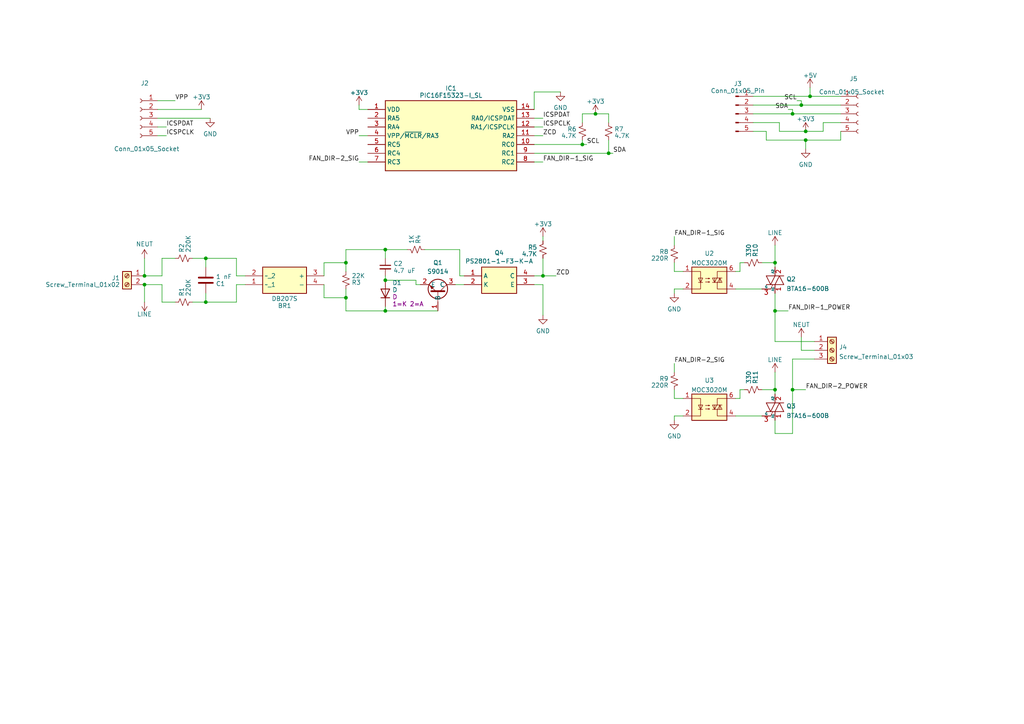
<source format=kicad_sch>
(kicad_sch (version 20230121) (generator eeschema)
  (paper "A4")
  (lib_symbols
    (symbol "Connector:Conn_01x05_Pin" (pin_names (offset 1.016) hide)
      (property "Reference" "J" (at 0 7.62 0))
      (property "Value" "Conn_01x05_Pin" (at 0 -7.62 0))
      (symbol "Conn_01x05_Pin_1_1"
        (polyline (pts (xy 1.27 -5.08) (xy 0.8636 -5.08)) (stroke (width 0.1524)))
        (polyline (pts (xy 1.27 -2.54) (xy 0.8636 -2.54)) (stroke (width 0.1524)))
        (polyline (pts (xy 1.27 0) (xy 0.8636 0)) (stroke (width 0.1524)))
        (polyline (pts (xy 1.27 2.54) (xy 0.8636 2.54)) (stroke (width 0.1524)))
        (polyline (pts (xy 1.27 5.08) (xy 0.8636 5.08)) (stroke (width 0.1524)))
        (rectangle (start 0.8636 -4.953) (end 0 -5.207) (stroke (width 0.1524)) (fill (type outline)))
        (rectangle (start 0.8636 -2.413) (end 0 -2.667) (stroke (width 0.1524)) (fill (type outline)))
        (rectangle (start 0.8636 0.127) (end 0 -0.127) (stroke (width 0.1524)) (fill (type outline)))
        (rectangle (start 0.8636 2.667) (end 0 2.413) (stroke (width 0.1524)) (fill (type outline)))
        (rectangle (start 0.8636 5.207) (end 0 4.953) (stroke (width 0.1524)) (fill (type outline)))
        (pin passive line (at 5.08 5.08 180) (length 3.81) (name "Pin_1") (number "1"))
        (pin passive line (at 5.08 2.54 180) (length 3.81) (name "Pin_2") (number "2"))
        (pin passive line (at 5.08 0 180) (length 3.81) (name "Pin_3") (number "3"))
        (pin passive line (at 5.08 -2.54 180) (length 3.81) (name "Pin_4") (number "4"))
        (pin passive line (at 5.08 -5.08 180) (length 3.81) (name "Pin_5") (number "5"))
      )
    )
    (symbol "Connector:Conn_01x05_Socket" (pin_names (offset 1.016) hide)
      (property "Reference" "J" (at 0 7.62 0))
      (property "Value" "Conn_01x05_Socket" (at 0 -7.62 0))
      (symbol "Conn_01x05_Socket_1_1"
        (arc (start 0 -4.572) (mid -0.5058 -5.08) (end 0 -5.588) (stroke (width 0.1524)))
        (arc (start 0 -2.032) (mid -0.5058 -2.54) (end 0 -3.048) (stroke (width 0.1524)))
        (polyline (pts (xy -1.27 -5.08) (xy -0.508 -5.08)) (stroke (width 0.1524)))
        (polyline (pts (xy -1.27 -2.54) (xy -0.508 -2.54)) (stroke (width 0.1524)))
        (polyline (pts (xy -1.27 0) (xy -0.508 0)) (stroke (width 0.1524)))
        (polyline (pts (xy -1.27 2.54) (xy -0.508 2.54)) (stroke (width 0.1524)))
        (polyline (pts (xy -1.27 5.08) (xy -0.508 5.08)) (stroke (width 0.1524)))
        (arc (start 0 0.508) (mid -0.5058 0) (end 0 -0.508) (stroke (width 0.1524)))
        (arc (start 0 3.048) (mid -0.5058 2.54) (end 0 2.032) (stroke (width 0.1524)))
        (arc (start 0 5.588) (mid -0.5058 5.08) (end 0 4.572) (stroke (width 0.1524)))
        (pin passive line (at -5.08 5.08 0) (length 3.81) (name "Pin_1") (number "1"))
        (pin passive line (at -5.08 2.54 0) (length 3.81) (name "Pin_2") (number "2"))
        (pin passive line (at -5.08 0 0) (length 3.81) (name "Pin_3") (number "3"))
        (pin passive line (at -5.08 -2.54 0) (length 3.81) (name "Pin_4") (number "4"))
        (pin passive line (at -5.08 -5.08 0) (length 3.81) (name "Pin_5") (number "5"))
      )
    )
    (symbol "Connector:Screw_Terminal_01x02" (pin_names (offset 1.016) hide)
      (property "Reference" "J" (at 0 2.54 0))
      (property "Value" "Screw_Terminal_01x02" (at 0 -5.08 0))
      (symbol "Screw_Terminal_01x02_1_1"
        (rectangle (start -1.27 1.27) (end 1.27 -3.81) (stroke (width 0.254)) (fill (type background)))
        (circle (center 0 -2.54) (radius 0.635) (stroke (width 0.1524)))
        (polyline (pts (xy -0.5334 -2.2098) (xy 0.3302 -3.048)) (stroke (width 0.1524)))
        (polyline (pts (xy -0.5334 0.3302) (xy 0.3302 -0.508)) (stroke (width 0.1524)))
        (polyline (pts (xy -0.3556 -2.032) (xy 0.508 -2.8702)) (stroke (width 0.1524)))
        (polyline (pts (xy -0.3556 0.508) (xy 0.508 -0.3302)) (stroke (width 0.1524)))
        (circle (center 0 0) (radius 0.635) (stroke (width 0.1524)))
        (pin passive line (at -5.08 0 0) (length 3.81) (name "Pin_1") (number "1"))
        (pin passive line (at -5.08 -2.54 0) (length 3.81) (name "Pin_2") (number "2"))
      )
    )
    (symbol "Connector:Screw_Terminal_01x03" (pin_names (offset 1.016) hide)
      (property "Reference" "J" (at 0 5.08 0))
      (property "Value" "Screw_Terminal_01x03" (at 0 -5.08 0))
      (symbol "Screw_Terminal_01x03_1_1"
        (rectangle (start -1.27 3.81) (end 1.27 -3.81) (stroke (width 0.254)) (fill (type background)))
        (circle (center 0 -2.54) (radius 0.635) (stroke (width 0.1524)))
        (polyline (pts (xy -0.5334 -2.2098) (xy 0.3302 -3.048)) (stroke (width 0.1524)))
        (polyline (pts (xy -0.5334 0.3302) (xy 0.3302 -0.508)) (stroke (width 0.1524)))
        (polyline (pts (xy -0.5334 2.8702) (xy 0.3302 2.032)) (stroke (width 0.1524)))
        (polyline (pts (xy -0.3556 -2.032) (xy 0.508 -2.8702)) (stroke (width 0.1524)))
        (polyline (pts (xy -0.3556 0.508) (xy 0.508 -0.3302)) (stroke (width 0.1524)))
        (polyline (pts (xy -0.3556 3.048) (xy 0.508 2.2098)) (stroke (width 0.1524)))
        (circle (center 0 0) (radius 0.635) (stroke (width 0.1524)))
        (circle (center 0 2.54) (radius 0.635) (stroke (width 0.1524)))
        (pin passive line (at -5.08 2.54 0) (length 3.81) (name "Pin_1") (number "1"))
        (pin passive line (at -5.08 0 0) (length 3.81) (name "Pin_2") (number "2"))
        (pin passive line (at -5.08 -2.54 0) (length 3.81) (name "Pin_3") (number "3"))
      )
    )
    (symbol "DB207S:DB207S"
      (property "Reference" "BR" (at 19.05 7.62 0))
      (property "Value" "DB207S" (at 19.05 5.08 0))
      (symbol "DB207S_1_1"
        (rectangle (start 5.08 2.54) (end 17.78 -5.08) (stroke (width 0.254)) (fill (type background)))
        (pin passive line (at 0 0 0) (length 5.08) (name "~_1") (number "1"))
        (pin passive line (at 0 -2.54 0) (length 5.08) (name "~_2") (number "2"))
        (pin passive line (at 22.86 -2.54 180) (length 5.08) (name "+") (number "3"))
        (pin passive line (at 22.86 0 180) (length 5.08) (name "-") (number "4"))
      )
    )
    (symbol "Device:C" (pin_numbers hide) (pin_names (offset 0.254))
      (property "Reference" "C" (at 0.635 2.54 0))
      (property "Value" "C" (at 0.635 -2.54 0))
      (symbol "C_0_1"
        (polyline (pts (xy -2.032 -0.762) (xy 2.032 -0.762)) (stroke (width 0.508)))
        (polyline (pts (xy -2.032 0.762) (xy 2.032 0.762)) (stroke (width 0.508)))
      )
      (symbol "C_1_1"
        (pin passive line (at 0 3.81 270) (length 2.794) (name "~") (number "1"))
        (pin passive line (at 0 -3.81 90) (length 2.794) (name "~") (number "2"))
      )
    )
    (symbol "Device:C_Small" (pin_numbers hide) (pin_names (offset 0.254) hide)
      (property "Reference" "C" (at 0.254 1.778 0))
      (property "Value" "C_Small" (at 0.254 -2.032 0))
      (symbol "C_Small_0_1"
        (polyline (pts (xy -1.524 -0.508) (xy 1.524 -0.508)) (stroke (width 0.3302)))
        (polyline (pts (xy -1.524 0.508) (xy 1.524 0.508)) (stroke (width 0.3048)))
      )
      (symbol "C_Small_1_1"
        (pin passive line (at 0 2.54 270) (length 2.032) (name "~") (number "1"))
        (pin passive line (at 0 -2.54 90) (length 2.032) (name "~") (number "2"))
      )
    )
    (symbol "Device:R_Small_US" (pin_numbers hide) (pin_names (offset 0.254) hide)
      (property "Reference" "R" (at 0.762 0.508 0))
      (property "Value" "R_Small_US" (at 0.762 -1.016 0))
      (symbol "R_Small_US_1_1"
        (polyline (pts (xy 0 0) (xy 1.016 -0.381) (xy 0 -0.762) (xy -1.016 -1.143) (xy 0 -1.524)))
        (polyline (pts (xy 0 1.524) (xy 1.016 1.143) (xy 0 0.762) (xy -1.016 0.381) (xy 0 0)))
        (pin passive line (at 0 2.54 270) (length 1.016) (name "~") (number "1"))
        (pin passive line (at 0 -2.54 90) (length 1.016) (name "~") (number "2"))
      )
    )
    (symbol "MCU_PIC16F15323:PIC16F15323-I_SL"
      (property "Reference" "IC" (at 44.45 7.62 0))
      (property "Value" "PIC16F15323-I_SL" (at 44.45 5.08 0))
      (symbol "PIC16F15323-I_SL_1_1"
        (rectangle (start 5.08 2.54) (end 43.18 -17.78) (stroke (width 0.254)) (fill (type background)))
        (pin passive line (at 0 0 0) (length 5.08) (name "VDD") (number "1"))
        (pin passive line (at 48.26 -10.16 180) (length 5.08) (name "RC0") (number "10"))
        (pin passive line (at 48.26 -7.62 180) (length 5.08) (name "RA2") (number "11"))
        (pin passive line (at 48.26 -5.08 180) (length 5.08) (name "RA1/ICSPCLK") (number "12"))
        (pin passive line (at 48.26 -2.54 180) (length 5.08) (name "RA0/ICSPDAT") (number "13"))
        (pin passive line (at 48.26 0 180) (length 5.08) (name "VSS") (number "14"))
        (pin passive line (at 0 -2.54 0) (length 5.08) (name "RA5") (number "2"))
        (pin passive line (at 0 -5.08 0) (length 5.08) (name "RA4") (number "3"))
        (pin passive line (at 0 -7.62 0) (length 5.08) (name "VPP/~{MCLR}/RA3") (number "4"))
        (pin passive line (at 0 -10.16 0) (length 5.08) (name "RC5") (number "5"))
        (pin passive line (at 0 -12.7 0) (length 5.08) (name "RC4") (number "6"))
        (pin passive line (at 0 -15.24 0) (length 5.08) (name "RC3") (number "7"))
        (pin passive line (at 48.26 -15.24 180) (length 5.08) (name "RC2") (number "8"))
        (pin passive line (at 48.26 -12.7 180) (length 5.08) (name "RC1") (number "9"))
      )
    )
    (symbol "PS2801:PS2801-1-F3-K-A"
      (property "Reference" "Q" (at 16.51 7.62 0))
      (property "Value" "PS2801-1-F3-K-A" (at 16.51 5.08 0))
      (symbol "PS2801-1-F3-K-A_1_1"
        (rectangle (start 5.08 2.54) (end 15.24 -5.08) (stroke (width 0.254)) (fill (type background)))
        (pin passive line (at 0 0 0) (length 5.08) (name "A") (number "1"))
        (pin passive line (at 0 -2.54 0) (length 5.08) (name "K") (number "2"))
        (pin passive line (at 20.32 -2.54 180) (length 5.08) (name "E") (number "3"))
        (pin passive line (at 20.32 0 180) (length 5.08) (name "C") (number "4"))
      )
    )
    (symbol "Relay_SolidState:MOC3020M"
      (property "Reference" "U" (at -5.334 4.826 0))
      (property "Value" "MOC3020M" (at 0 5.08 0))
      (symbol "MOC3020M_0_1"
        (rectangle (start -5.08 3.81) (end 5.08 -3.81) (stroke (width 0.254)) (fill (type background)))
        (polyline (pts (xy -3.175 -0.635) (xy -1.905 -0.635)))
        (polyline (pts (xy 1.524 -0.635) (xy 1.524 0.635)))
        (polyline (pts (xy 3.048 0.635) (xy 3.048 -0.635)))
        (polyline (pts (xy 2.286 -0.635) (xy 2.286 -2.54) (xy 5.08 -2.54)))
        (polyline (pts (xy 2.286 0.635) (xy 2.286 2.54) (xy 5.08 2.54)))
        (polyline (pts (xy -5.08 2.54) (xy -2.54 2.54) (xy -2.54 -2.54) (xy -5.08 -2.54)))
        (polyline (pts (xy -2.54 -0.635) (xy -3.175 0.635) (xy -1.905 0.635) (xy -2.54 -0.635)))
        (polyline (pts (xy 0.889 -0.635) (xy 3.683 -0.635) (xy 3.048 0.635) (xy 2.413 -0.635)))
        (polyline (pts (xy 3.683 0.635) (xy 0.889 0.635) (xy 1.524 -0.635) (xy 2.159 0.635)))
        (polyline (pts (xy -1.143 -0.508) (xy 0.127 -0.508) (xy -0.254 -0.635) (xy -0.254 -0.381) (xy 0.127 -0.508)))
        (polyline (pts (xy -1.143 0.508) (xy 0.127 0.508) (xy -0.254 0.381) (xy -0.254 0.635) (xy 0.127 0.508)))
      )
      (symbol "MOC3020M_1_1"
        (pin passive line (at -7.62 2.54 0) (length 2.54) (name "~") (number "1"))
        (pin passive line (at -7.62 -2.54 0) (length 2.54) (name "~") (number "2"))
        (pin no_connect line (at -5.08 0 0) (length 2.54) hide (name "NC") (number "3"))
        (pin passive line (at 7.62 -2.54 180) (length 2.54) (name "~") (number "4"))
        (pin no_connect line (at 5.08 0 180) (length 2.54) hide (name "NC") (number "5"))
        (pin passive line (at 7.62 2.54 180) (length 2.54) (name "~") (number "6"))
      )
    )
    (symbol "S9014W:S9014W"
      (property "Reference" "Q?" (at 13.97 6.35 0))
      (property "Value" "S9014" (at 13.97 3.81 0))
      (symbol "S9014W_0_1"
        (polyline (pts (xy 15.24 -2.54) (xy 18.415 -2.54)) (stroke (width 0.1524)))
        (polyline (pts (xy 18.415 -1.905) (xy 20.32 0)))
        (polyline (pts (xy 20.574 -3.81) (xy 20.574 -3.81)) (stroke (width 0.1524)))
        (polyline (pts (xy 20.574 -3.81) (xy 20.574 -3.81)) (stroke (width 0.1524)))
        (polyline (pts (xy 18.415 -3.175) (xy 20.32 -5.08) (xy 20.32 -5.08)))
        (polyline (pts (xy 18.415 -0.635) (xy 18.415 -4.445) (xy 18.415 -4.445)) (stroke (width 0.508)))
        (polyline (pts (xy 19.05 -4.318) (xy 19.558 -3.81) (xy 20.066 -4.826) (xy 19.05 -4.318) (xy 19.05 -4.318)) (fill (type outline)))
        (circle (center 19.05 -2.54) (radius 2.8194) (stroke (width 0.254)))
      )
      (symbol "S9014W_1_1"
        (pin input line (at 12.7 -2.54 0) (length 2.54) (name "B") (number "1"))
        (pin open_emitter line (at 20.32 -7.62 90) (length 2.54) (name "E") (number "2"))
        (pin open_collector line (at 20.32 2.54 270) (length 2.54) (name "C") (number "3"))
      )
    )
    (symbol "Simulation_SPICE:D" (pin_numbers hide) (pin_names (offset 1.016) hide)
      (property "Reference" "D" (at 0 2.54 0))
      (property "Value" "D" (at 0 -2.54 0))
      (property "Sim.Device" "D" (at 0 0 0))
      (property "Sim.Pins" "1=K 2=A" (at 0 0 0))
      (symbol "D_0_1"
        (polyline (pts (xy -1.27 1.27) (xy -1.27 -1.27)) (stroke (width 0.254)))
        (polyline (pts (xy 1.27 0) (xy -1.27 0)))
        (polyline (pts (xy 1.27 1.27) (xy 1.27 -1.27) (xy -1.27 0) (xy 1.27 1.27)) (stroke (width 0.254)))
      )
      (symbol "D_1_1"
        (pin passive line (at -3.81 0 0) (length 2.54) (name "K") (number "1"))
        (pin passive line (at 3.81 0 180) (length 2.54) (name "A") (number "2"))
      )
    )
    (symbol "Triac_Thyristor:BTA16-600B" (pin_names (offset 0))
      (property "Reference" "Q" (at 5.08 1.905 0))
      (property "Value" "BTA16-600B" (at 5.08 0 0))
      (symbol "BTA16-600B_0_1"
        (polyline (pts (xy -2.54 -1.27) (xy 2.54 -1.27)) (stroke (width 0.2032)))
        (polyline (pts (xy -2.54 1.27) (xy 2.54 1.27)) (stroke (width 0.2032)))
        (polyline (pts (xy -1.27 -2.54) (xy -0.635 -1.27)))
        (polyline (pts (xy -2.54 1.27) (xy -1.27 -1.27) (xy 0 1.27)) (stroke (width 0.2032)))
        (polyline (pts (xy 0 -1.27) (xy 1.27 1.27) (xy 2.54 -1.27)) (stroke (width 0.2032)))
      )
      (symbol "BTA16-600B_1_1"
        (pin passive line (at 0 -3.81 90) (length 2.54) (name "A1") (number "1"))
        (pin passive line (at 0 3.81 270) (length 2.54) (name "A2") (number "2"))
        (pin input line (at -3.81 -2.54 0) (length 2.54) (name "G") (number "3"))
      )
    )
    (symbol "power:+3.3V" (power) (pin_names (offset 0))
      (property "Value" "+3.3V" (at 0 3.556 0))
      (symbol "+3.3V_0_1"
        (polyline (pts (xy -0.762 1.27) (xy 0 2.54)))
        (polyline (pts (xy 0 0) (xy 0 2.54)))
        (polyline (pts (xy 0 2.54) (xy 0.762 1.27)))
      )
      (symbol "+3.3V_1_1"
        (pin power_in line (at 0 0 90) (length 0) hide (name "+3V3") (number "1"))
      )
    )
    (symbol "power:+5V" (power) (pin_names (offset 0))
      (property "Value" "+5V" (at 0 3.556 0))
      (symbol "+5V_0_1"
        (polyline (pts (xy -0.762 1.27) (xy 0 2.54)))
        (polyline (pts (xy 0 0) (xy 0 2.54)))
        (polyline (pts (xy 0 2.54) (xy 0.762 1.27)))
      )
      (symbol "+5V_1_1"
        (pin power_in line (at 0 0 90) (length 0) hide (name "+5V") (number "1"))
      )
    )
    (symbol "power:GND" (power) (pin_names (offset 0))
      (property "Value" "GND" (at 0 -3.81 0))
      (symbol "GND_0_1"
        (polyline (pts (xy 0 0) (xy 0 -1.27) (xy 1.27 -1.27) (xy 0 -2.54) (xy -1.27 -1.27) (xy 0 -1.27)))
      )
      (symbol "GND_1_1"
        (pin power_in line (at 0 0 270) (length 0) hide (name "GND") (number "1"))
      )
    )
    (symbol "power:LINE" (power) (pin_names (offset 0))
      (property "Value" "LINE" (at 0 3.81 0))
      (symbol "LINE_0_1"
        (polyline (pts (xy -0.762 1.27) (xy 0 2.54)))
        (polyline (pts (xy 0 0) (xy 0 2.54)))
        (polyline (pts (xy 0 2.54) (xy 0.762 1.27)))
      )
      (symbol "LINE_1_1"
        (pin power_in line (at 0 0 90) (length 0) hide (name "LINE") (number "1"))
      )
    )
    (symbol "power:NEUT" (power) (pin_names (offset 0))
      (property "Value" "NEUT" (at 0 3.81 0))
      (symbol "NEUT_0_1"
        (polyline (pts (xy -0.762 1.27) (xy 0 2.54)))
        (polyline (pts (xy 0 0) (xy 0 2.54)))
        (polyline (pts (xy 0 2.54) (xy 0.762 1.27)))
      )
      (symbol "NEUT_1_1"
        (pin power_in line (at 0 0 90) (length 0) hide (name "NEUT") (number "1"))
      )
    )
  )
  (junction (at 232.41 30.48))
  (junction (at 229.87 113.03))
  (junction (at 229.87 33.02))
  (junction (at 224.79 90.17))
  (junction (at 41.91 80.01))
  (junction (at 111.76 81.28))
  (junction (at 176.53 44.45))
  (junction (at 111.76 90.17))
  (junction (at 172.72 33.02))
  (junction (at 234.95 27.94))
  (junction (at 100.33 86.36))
  (junction (at 233.68 38.1))
  (junction (at 224.79 76.2))
  (junction (at 168.91 41.91))
  (junction (at 41.91 82.55))
  (junction (at 59.69 74.93))
  (junction (at 157.48 80.01))
  (junction (at 224.79 113.03))
  (junction (at 59.69 87.63))
  (junction (at 233.68 40.64))
  (junction (at 100.33 76.2))
  (junction (at 111.76 72.39))
  (wire (pts (xy 154.94 39.37) (xy 157.48 39.37)))
  (wire (pts (xy 232.41 30.48) (xy 243.84 30.48)))
  (wire (pts (xy 172.72 33.02) (xy 168.91 33.02)))
  (wire (pts (xy 45.72 31.75) (xy 58.42 31.75)))
  (wire (pts (xy 226.06 38.1) (xy 233.68 38.1)))
  (wire (pts (xy 46.99 80.01) (xy 46.99 74.93)))
  (wire (pts (xy 120.65 81.28) (xy 111.76 81.28)))
  (wire (pts (xy 218.44 33.02) (xy 229.87 33.02)))
  (wire (pts (xy 224.79 90.17) (xy 228.6 90.17)))
  (wire (pts (xy 222.25 38.1) (xy 222.25 40.64)))
  (wire (pts (xy 168.91 33.02) (xy 168.91 35.56)))
  (wire (pts (xy 229.87 31.75) (xy 229.87 33.02)))
  (wire (pts (xy 157.48 68.58) (xy 157.48 69.85)))
  (wire (pts (xy 168.91 41.91) (xy 170.18 41.91)))
  (wire (pts (xy 157.48 82.55) (xy 157.48 91.44)))
  (wire (pts (xy 213.36 83.82) (xy 220.98 83.82)))
  (wire (pts (xy 104.14 39.37) (xy 106.68 39.37)))
  (wire (pts (xy 224.79 71.12) (xy 224.79 76.2)))
  (wire (pts (xy 195.58 76.2) (xy 195.58 78.74)))
  (wire (pts (xy 111.76 80.01) (xy 111.76 81.28)))
  (wire (pts (xy 243.84 40.64) (xy 243.84 38.1)))
  (wire (pts (xy 215.9 113.03) (xy 214.63 113.03)))
  (wire (pts (xy 111.76 72.39) (xy 118.11 72.39)))
  (wire (pts (xy 213.36 120.65) (xy 220.98 120.65)))
  (wire (pts (xy 154.94 46.99) (xy 157.48 46.99)))
  (wire (pts (xy 238.76 35.56) (xy 238.76 38.1)))
  (wire (pts (xy 104.14 30.48) (xy 104.14 31.75)))
  (wire (pts (xy 232.41 97.79) (xy 232.41 101.6)))
  (wire (pts (xy 232.41 30.48) (xy 232.41 29.21)))
  (wire (pts (xy 41.91 80.01) (xy 46.99 80.01)))
  (wire (pts (xy 232.41 101.6) (xy 236.22 101.6)))
  (wire (pts (xy 100.33 72.39) (xy 100.33 76.2)))
  (wire (pts (xy 195.58 78.74) (xy 198.12 78.74)))
  (wire (pts (xy 154.94 80.01) (xy 157.48 80.01)))
  (wire (pts (xy 55.88 87.63) (xy 59.69 87.63)))
  (wire (pts (xy 195.58 120.65) (xy 198.12 120.65)))
  (wire (pts (xy 226.06 35.56) (xy 226.06 38.1)))
  (wire (pts (xy 154.94 34.29) (xy 157.48 34.29)))
  (wire (pts (xy 68.58 87.63) (xy 59.69 87.63)))
  (wire (pts (xy 229.87 125.73) (xy 224.79 125.73)))
  (wire (pts (xy 215.9 76.2) (xy 214.63 76.2)))
  (wire (pts (xy 132.08 82.55) (xy 134.62 82.55)))
  (wire (pts (xy 229.87 113.03) (xy 233.68 113.03)))
  (wire (pts (xy 111.76 90.17) (xy 127 90.17)))
  (wire (pts (xy 154.94 26.67) (xy 162.56 26.67)))
  (wire (pts (xy 218.44 30.48) (xy 232.41 30.48)))
  (wire (pts (xy 224.79 85.09) (xy 224.79 90.17)))
  (wire (pts (xy 46.99 82.55) (xy 46.99 87.63)))
  (wire (pts (xy 68.58 74.93) (xy 59.69 74.93)))
  (wire (pts (xy 195.58 105.41) (xy 195.58 107.95)))
  (wire (pts (xy 45.72 39.37) (xy 48.26 39.37)))
  (wire (pts (xy 218.44 35.56) (xy 226.06 35.56)))
  (wire (pts (xy 222.25 40.64) (xy 233.68 40.64)))
  (wire (pts (xy 214.63 76.2) (xy 214.63 78.74)))
  (wire (pts (xy 176.53 44.45) (xy 154.94 44.45)))
  (wire (pts (xy 111.76 90.17) (xy 100.33 90.17)))
  (wire (pts (xy 45.72 29.21) (xy 50.8 29.21)))
  (wire (pts (xy 59.69 74.93) (xy 59.69 77.47)))
  (wire (pts (xy 229.87 33.02) (xy 243.84 33.02)))
  (wire (pts (xy 123.19 72.39) (xy 133.35 72.39)))
  (wire (pts (xy 157.48 80.01) (xy 161.29 80.01)))
  (wire (pts (xy 172.72 33.02) (xy 176.53 33.02)))
  (wire (pts (xy 234.95 25.4) (xy 234.95 27.94)))
  (wire (pts (xy 111.76 72.39) (xy 100.33 72.39)))
  (wire (pts (xy 45.72 34.29) (xy 60.96 34.29)))
  (wire (pts (xy 195.58 113.03) (xy 195.58 115.57)))
  (wire (pts (xy 104.14 46.99) (xy 106.68 46.99)))
  (wire (pts (xy 224.79 114.3) (xy 224.79 113.03)))
  (wire (pts (xy 120.65 81.28) (xy 120.65 82.55)))
  (wire (pts (xy 59.69 87.63) (xy 59.69 85.09)))
  (wire (pts (xy 229.87 104.14) (xy 236.22 104.14)))
  (wire (pts (xy 133.35 80.01) (xy 134.62 80.01)))
  (wire (pts (xy 224.79 125.73) (xy 224.79 121.92)))
  (wire (pts (xy 41.91 80.01) (xy 41.91 74.93)))
  (wire (pts (xy 218.44 27.94) (xy 234.95 27.94)))
  (wire (pts (xy 154.94 26.67) (xy 154.94 31.75)))
  (wire (pts (xy 168.91 40.64) (xy 168.91 41.91)))
  (wire (pts (xy 220.98 113.03) (xy 224.79 113.03)))
  (wire (pts (xy 68.58 82.55) (xy 68.58 87.63)))
  (wire (pts (xy 228.6 31.75) (xy 229.87 31.75)))
  (wire (pts (xy 224.79 99.06) (xy 236.22 99.06)))
  (wire (pts (xy 233.68 38.1) (xy 238.76 38.1)))
  (wire (pts (xy 100.33 86.36) (xy 100.33 83.82)))
  (wire (pts (xy 100.33 90.17) (xy 100.33 86.36)))
  (wire (pts (xy 71.12 82.55) (xy 68.58 82.55)))
  (wire (pts (xy 41.91 82.55) (xy 46.99 82.55)))
  (wire (pts (xy 45.72 36.83) (xy 48.26 36.83)))
  (wire (pts (xy 55.88 74.93) (xy 59.69 74.93)))
  (wire (pts (xy 224.79 77.47) (xy 224.79 76.2)))
  (wire (pts (xy 224.79 90.17) (xy 224.79 99.06)))
  (wire (pts (xy 93.98 86.36) (xy 100.33 86.36)))
  (wire (pts (xy 234.95 27.94) (xy 243.84 27.94)))
  (wire (pts (xy 220.98 76.2) (xy 224.79 76.2)))
  (wire (pts (xy 71.12 80.01) (xy 68.58 80.01)))
  (wire (pts (xy 41.91 87.63) (xy 41.91 82.55)))
  (wire (pts (xy 195.58 68.58) (xy 195.58 71.12)))
  (wire (pts (xy 195.58 83.82) (xy 198.12 83.82)))
  (wire (pts (xy 195.58 121.92) (xy 195.58 120.65)))
  (wire (pts (xy 224.79 107.95) (xy 224.79 113.03)))
  (wire (pts (xy 214.63 113.03) (xy 214.63 115.57)))
  (wire (pts (xy 93.98 82.55) (xy 93.98 86.36)))
  (wire (pts (xy 195.58 85.09) (xy 195.58 83.82)))
  (wire (pts (xy 214.63 78.74) (xy 213.36 78.74)))
  (wire (pts (xy 229.87 104.14) (xy 229.87 113.03)))
  (wire (pts (xy 229.87 113.03) (xy 229.87 125.73)))
  (wire (pts (xy 120.65 82.55) (xy 121.92 82.55)))
  (wire (pts (xy 168.91 41.91) (xy 154.94 41.91)))
  (wire (pts (xy 176.53 40.64) (xy 176.53 44.45)))
  (wire (pts (xy 233.68 40.64) (xy 243.84 40.64)))
  (wire (pts (xy 214.63 115.57) (xy 213.36 115.57)))
  (wire (pts (xy 46.99 74.93) (xy 50.8 74.93)))
  (wire (pts (xy 154.94 36.83) (xy 157.48 36.83)))
  (wire (pts (xy 176.53 44.45) (xy 177.8 44.45)))
  (wire (pts (xy 46.99 87.63) (xy 50.8 87.63)))
  (wire (pts (xy 104.14 31.75) (xy 106.68 31.75)))
  (wire (pts (xy 133.35 72.39) (xy 133.35 80.01)))
  (wire (pts (xy 154.94 82.55) (xy 157.48 82.55)))
  (wire (pts (xy 195.58 115.57) (xy 198.12 115.57)))
  (wire (pts (xy 100.33 76.2) (xy 100.33 78.74)))
  (wire (pts (xy 157.48 74.93) (xy 157.48 80.01)))
  (wire (pts (xy 93.98 80.01) (xy 93.98 76.2)))
  (wire (pts (xy 68.58 80.01) (xy 68.58 74.93)))
  (wire (pts (xy 233.68 43.18) (xy 233.68 40.64)))
  (wire (pts (xy 231.14 29.21) (xy 232.41 29.21)))
  (wire (pts (xy 111.76 88.9) (xy 111.76 90.17)))
  (wire (pts (xy 93.98 76.2) (xy 100.33 76.2)))
  (wire (pts (xy 111.76 74.93) (xy 111.76 72.39)))
  (wire (pts (xy 218.44 38.1) (xy 222.25 38.1)))
  (wire (pts (xy 243.84 35.56) (xy 238.76 35.56)))
  (wire (pts (xy 176.53 35.56) (xy 176.53 33.02)))
  (label "FAN_DIR-1_POWER" (at 228.6 90.17 0))
  (label "SDA" (at 228.6 31.75 180))
  (label "FAN_DIR-1_SIG" (at 195.58 68.58 0))
  (label "FAN_DIR-1_SIG" (at 157.48 46.99 0))
  (label "ICSPDAT" (at 48.26 36.83 0))
  (label "FAN_DIR-2_SIG" (at 104.14 46.99 180))
  (label "ICSPCLK" (at 157.48 36.83 0))
  (label "ZCD" (at 157.48 39.37 0))
  (label "SDA" (at 177.8 44.45 0))
  (label "ICSPDAT" (at 157.48 34.29 0))
  (label "FAN_DIR-2_POWER" (at 233.68 113.03 0))
  (label "FAN_DIR-2_SIG" (at 195.58 105.41 0))
  (label "ZCD" (at 161.29 80.01 0))
  (label "ICSPCLK" (at 48.26 39.37 0))
  (label "VPP" (at 104.14 39.37 180))
  (label "SCL" (at 231.14 29.21 180))
  (label "SCL" (at 170.18 41.91 0))
  (label "VPP" (at 50.8 29.21 0))
  (symbol (lib_id "power:+3.3V") (at 233.68 38.1 0) (mirror y) (unit 1)
    (property "Reference" "#PWR015" (effects hide))
    (property "Value" "+3.3V" (at 233.68 34.4955 0))
  )
  (symbol (lib_id "Device:R_Small_US") (at 100.33 81.28 0) (mirror x) (unit 1)
    (property "Reference" "R3" (at 101.981 81.9237 0) (effects (justify left)))
    (property "Value" "22K" (at 101.981 80.0027 0) (effects (justify left)))
    (property "Footprint" "Resistor_SMD:R_0805_2012Metric" (effects hide))
  )
  (symbol (lib_id "power:+3.3V") (at 58.42 31.75 0) (mirror y) (unit 1)
    (property "Reference" "#PWR03" (effects hide))
    (property "Value" "+3.3V" (at 58.42 28.1455 0))
  )
  (symbol (lib_id "power:NEUT") (at 41.91 74.93 0) (mirror y) (unit 1)
    (property "Reference" "#PWR02" (effects hide))
    (property "Value" "NEUT" (at 41.91 70.7945 0))
  )
  (symbol (lib_id "power:GND") (at 157.48 91.44 0) (unit 1)
    (property "Reference" "#PWR07" (effects hide))
    (property "Value" "GND" (at 157.48 96.0025 0))
  )
  (symbol (lib_id "power:+3.3V") (at 104.14 30.48 0) (mirror y) (unit 1)
    (property "Reference" "#PWR05" (effects hide))
    (property "Value" "+3.3V" (at 104.14 26.8755 0))
  )
  (symbol (lib_id "S9014W:S9014W") (at 129.54 102.87 270) (mirror x) (unit 1)
    (property "Reference" "Q1" (at 127 76.2 90))
    (property "Value" "S9014" (at 127 78.74 90))
    (property "Footprint" "S9014:SOT65P230X110-3N" (effects hide))
    (property "Datasheet" "https://datasheet.lcsc.com/szlcsc/Changjiang-Electronics-Tech-CJ-S9014W_C26214.pdf" (effects hide))
    (property "Height" "1.1" (effects hide))
    (property "Manufacturer_Name" "Changjiang Electronics Tech (CJ)" (effects hide))
    (property "Manufacturer_Part_Number" "S9014W" (effects hide))
    (property "Sim.Device" "NJFET" (effects hide))
    (property "Sim.Type" "SHICHMANHODGES" (effects hide))
    (property "Sim.Pins" "1=D 2=G 3=S" (effects hide))
  )
  (symbol (lib_id "Connector:Screw_Terminal_01x02") (at 36.83 80.01 0) (mirror y) (unit 1)
    (property "Reference" "J1" (at 34.798 80.6363 0) (effects (justify left)))
    (property "Value" "Screw_Terminal_01x02" (at 34.798 82.5573 0) (effects (justify left)))
    (property "Footprint" "KF301_2P:KF3012P" (effects hide))
    (property "Sim.Enable" "0" (effects hide))
  )
  (symbol (lib_id "Connector:Conn_01x05_Socket") (at 40.64 34.29 0) (mirror y) (unit 1)
    (property "Reference" "J2" (at 43.18 24.13 0) (effects (justify left)))
    (property "Value" "Conn_01x05_Socket" (at 52.07 43.18 0) (effects (justify left)))
    (property "Footprint" "Connector_PinHeader_2.54mm:PinHeader_1x05_P2.54mm_Vertical" (effects hide))
    (property "Sim.Enable" "0" (effects hide))
  )
  (symbol (lib_id "Device:R_Small_US") (at 218.44 76.2 270) (mirror x) (unit 1)
    (property "Reference" "R10" (at 219.0837 74.549 0) (effects (justify left)))
    (property "Value" "330" (at 217.1627 74.549 0) (effects (justify left)))
    (property "Footprint" "Resistor_SMD:R_2512_6332Metric_Pad1.40x3.35mm_HandSolder" (effects hide))
  )
  (symbol (lib_id "power:LINE") (at 224.79 71.12 0) (unit 1)
    (property "Reference" "#PWR012" (effects hide))
    (property "Value" "LINE" (at 224.79 67.5155 0))
  )
  (symbol (lib_id "Device:C_Small") (at 111.76 77.47 0) (unit 1)
    (property "Reference" "C2" (at 114.0841 76.4523 0) (effects (justify left)))
    (property "Value" "4.7 uF" (at 114.0841 78.5003 0) (effects (justify left)))
    (property "Footprint" "Capacitor_SMD:C_0805_2012Metric" (effects hide))
  )
  (symbol (lib_id "Device:C") (at 59.69 81.28 0) (mirror y) (unit 1)
    (property "Reference" "C1" (at 62.611 82.304 0) (effects (justify right)))
    (property "Value" "1 nF" (at 62.611 80.256 0) (effects (justify right)))
    (property "Footprint" "Capacitor_SMD:C_0805_2012Metric" (effects hide))
  )
  (symbol (lib_id "power:GND") (at 162.56 26.67 0) (mirror y) (unit 1)
    (property "Reference" "#PWR08" (effects hide))
    (property "Value" "GND" (at 162.56 31.2325 0))
  )
  (symbol (lib_id "Connector:Conn_01x05_Socket") (at 248.92 33.02 0) (unit 1)
    (property "Reference" "J5" (at 246.38 22.86 0) (effects (justify left)))
    (property "Value" "Conn_01x05_Socket" (at 237.49 26.67 0) (effects (justify left)))
    (property "Footprint" "Connector_PinSocket_2.54mm:PinSocket_1x05_P2.54mm_Horizontal" (effects hide))
    (property "Sim.Enable" "0" (effects hide))
  )
  (symbol (lib_id "Device:R_Small_US") (at 195.58 73.66 0) (mirror y) (unit 1)
    (property "Reference" "R8" (at 193.929 73.0163 0) (effects (justify left)))
    (property "Value" "220R" (at 193.929 74.9373 0) (effects (justify left)))
    (property "Footprint" "Resistor_SMD:R_0805_2012Metric" (effects hide))
  )
  (symbol (lib_id "power:LINE") (at 41.91 87.63 0) (mirror x) (unit 1)
    (property "Reference" "#PWR01" (effects hide))
    (property "Value" "LINE" (at 41.91 91.1319 0))
  )
  (symbol (lib_id "Relay_SolidState:MOC3020M") (at 205.74 118.11 0) (unit 1)
    (property "Reference" "U3" (at 205.74 110.3335 0))
    (property "Value" "MOC3020M" (at 205.74 113.1086 0))
    (property "Footprint" "Package_DIP:SMDIP-6_W7.62mm" (effects hide))
    (property "Datasheet" "https://www.onsemi.com/pub/Collateral/MOC3023M-D.PDF" (effects hide))
    (property "Sim.Enable" "0" (effects hide))
  )
  (symbol (lib_id "Device:R_Small_US") (at 176.53 38.1 0) (unit 1)
    (property "Reference" "R7" (at 178.181 37.4563 0) (effects (justify left)))
    (property "Value" "4.7K" (at 178.181 39.3773 0) (effects (justify left)))
    (property "Footprint" "Resistor_SMD:R_0805_2012Metric" (effects hide))
  )
  (symbol (lib_id "Relay_SolidState:MOC3020M") (at 205.74 81.28 0) (unit 1)
    (property "Reference" "U2" (at 205.74 73.5035 0))
    (property "Value" "MOC3020M" (at 205.74 76.2786 0))
    (property "Footprint" "Package_DIP:SMDIP-6_W7.62mm" (effects hide))
    (property "Datasheet" "https://www.onsemi.com/pub/Collateral/MOC3023M-D.PDF" (effects hide))
    (property "Sim.Enable" "0" (effects hide))
  )
  (symbol (lib_id "power:+3.3V") (at 157.48 68.58 0) (unit 1)
    (property "Reference" "#PWR06" (effects hide))
    (property "Value" "+3.3V" (at 157.48 64.9755 0))
  )
  (symbol (lib_id "power:NEUT") (at 232.41 97.79 0) (unit 1)
    (property "Reference" "#PWR014" (effects hide))
    (property "Value" "NEUT" (at 232.41 94.1855 0))
  )
  (symbol (lib_id "power:+3.3V") (at 172.72 33.02 0) (mirror y) (unit 1)
    (property "Reference" "#PWR09" (effects hide))
    (property "Value" "+3.3V" (at 172.72 29.4155 0))
  )
  (symbol (lib_id "power:GND") (at 233.68 43.18 0) (mirror y) (unit 1)
    (property "Reference" "#PWR016" (effects hide))
    (property "Value" "GND" (at 233.68 47.7425 0))
  )
  (symbol (lib_id "Triac_Thyristor:BTA16-600B") (at 224.79 118.11 0) (unit 1)
    (property "Reference" "Q3" (at 228.0666 117.7857 0) (effects (justify left)))
    (property "Value" "BTA16-600B" (at 228.0666 120.5608 0) (effects (justify left)))
    (property "Footprint" "Package_TO_SOT_THT:TO-220-3_Vertical" (effects hide))
    (property "Datasheet" "https://www.st.com/resource/en/datasheet/bta16.pdf" (effects hide))
    (property "Sim.Enable" "0" (effects hide))
  )
  (symbol (lib_id "DB207S:DB207S") (at 71.12 82.55 0) (mirror x) (unit 1)
    (property "Reference" "BR1" (at 82.55 88.67 0))
    (property "Value" "DB207S" (at 82.55 86.622 0))
    (property "Footprint" "DB207S:SOP510P1015X375-4N" (effects hide))
    (property "Datasheet" "http://uk.rs-online.com/web/p/products/9178969P" (effects hide))
    (property "Height" "3.75" (effects hide))
    (property "Manufacturer_Name" "HY Electronic" (effects hide))
    (property "Manufacturer_Part_Number" "DB207S" (effects hide))
    (property "Sim.Enable" "0" (effects hide))
  )
  (symbol (lib_id "Connector:Screw_Terminal_01x03") (at 241.3 101.6 0) (unit 1)
    (property "Reference" "J4" (at 243.332 100.6915 0) (effects (justify left)))
    (property "Value" "Screw_Terminal_01x03" (at 243.332 103.4666 0) (effects (justify left)))
    (property "Footprint" "KF301_3P:KF3013P" (effects hide))
    (property "Sim.Enable" "0" (effects hide))
  )
  (symbol (lib_id "power:GND") (at 195.58 85.09 0) (unit 1)
    (property "Reference" "#PWR010" (effects hide))
    (property "Value" "GND" (at 195.58 89.6525 0))
  )
  (symbol (lib_id "Device:R_Small_US") (at 157.48 72.39 0) (mirror y) (unit 1)
    (property "Reference" "R5" (at 155.829 71.7463 0) (effects (justify left)))
    (property "Value" "4.7K" (at 155.829 73.6673 0) (effects (justify left)))
    (property "Footprint" "Resistor_SMD:R_0805_2012Metric" (effects hide))
  )
  (symbol (lib_id "Device:R_Small_US") (at 53.34 87.63 90) (unit 1)
    (property "Reference" "R1" (at 52.6963 85.979 0) (effects (justify left)))
    (property "Value" "220K" (at 54.6173 85.979 0) (effects (justify left)))
    (property "Footprint" "Resistor_SMD:R_0805_2012Metric" (effects hide))
  )
  (symbol (lib_id "power:GND") (at 195.58 121.92 0) (unit 1)
    (property "Reference" "#PWR011" (effects hide))
    (property "Value" "GND" (at 195.58 126.4825 0))
  )
  (symbol (lib_id "Connector:Conn_01x05_Pin") (at 213.36 33.02 0) (unit 1)
    (property "Reference" "J3" (at 213.995 24.2838 0))
    (property "Value" "Conn_01x05_Pin" (at 213.995 26.3318 0))
    (property "Footprint" "Connector_PinHeader_2.54mm:PinHeader_1x05_P2.54mm_Horizontal" (effects hide))
    (property "Sim.Enable" "0" (effects hide))
  )
  (symbol (lib_id "Device:R_Small_US") (at 120.65 72.39 270) (mirror x) (unit 1)
    (property "Reference" "R4" (at 121.2937 70.739 0) (effects (justify left)))
    (property "Value" "1K" (at 119.3727 70.739 0) (effects (justify left)))
    (property "Footprint" "Resistor_SMD:R_0805_2012Metric" (effects hide))
  )
  (symbol (lib_id "Device:R_Small_US") (at 218.44 113.03 270) (mirror x) (unit 1)
    (property "Reference" "R11" (at 219.0837 111.379 0) (effects (justify left)))
    (property "Value" "330" (at 217.1627 111.379 0) (effects (justify left)))
    (property "Footprint" "Resistor_SMD:R_2512_6332Metric_Pad1.40x3.35mm_HandSolder" (effects hide))
  )
  (symbol (lib_id "Simulation_SPICE:D") (at 111.76 85.09 90) (unit 1)
    (property "Reference" "D1" (at 113.792 82.018 90) (effects (justify right)))
    (property "Value" "D" (at 113.792 84.066 90) (effects (justify right)))
    (property "Footprint" "Diode_SMD:D_SOD-123" (effects hide))
    (property "Sim.Device" "D" (at 113.792 86.114 90) (effects (justify right)))
    (property "Sim.Pins" "1=K 2=A" (at 113.792 88.162 90) (effects (justify right)))
  )
  (symbol (lib_id "Device:R_Small_US") (at 195.58 110.49 0) (mirror y) (unit 1)
    (property "Reference" "R9" (at 193.929 109.8463 0) (effects (justify left)))
    (property "Value" "220R" (at 193.929 111.7673 0) (effects (justify left)))
    (property "Footprint" "Resistor_SMD:R_0805_2012Metric" (effects hide))
  )
  (symbol (lib_id "Device:R_Small_US") (at 53.34 74.93 90) (unit 1)
    (property "Reference" "R2" (at 52.6963 73.279 0) (effects (justify left)))
    (property "Value" "220K" (at 54.6173 73.279 0) (effects (justify left)))
    (property "Footprint" "Resistor_SMD:R_0805_2012Metric" (effects hide))
  )
  (symbol (lib_id "power:+5V") (at 234.95 25.4 0) (mirror y) (unit 1)
    (property "Reference" "#PWR017" (effects hide))
    (property "Value" "+5V" (at 234.95 21.8981 0))
  )
  (symbol (lib_id "Device:R_Small_US") (at 168.91 38.1 0) (mirror y) (unit 1)
    (property "Reference" "R6" (at 167.259 37.4563 0) (effects (justify left)))
    (property "Value" "4.7K" (at 167.259 39.3773 0) (effects (justify left)))
    (property "Footprint" "Resistor_SMD:R_0805_2012Metric" (effects hide))
  )
  (symbol (lib_id "MCU_PIC16F15323:PIC16F15323-I_SL") (at 106.68 31.75 0) (unit 1)
    (property "Reference" "IC1" (at 130.81 25.63 0))
    (property "Value" "PIC16F15323-I_SL" (at 130.81 27.678 0))
    (property "Footprint" "PI16F15323:SOIC127P600X175-14N" (effects hide))
    (property "Datasheet" "http://ww1.microchip.com/downloads/en/DeviceDoc/40001897A.pdf" (effects hide))
    (property "Height" "1.75" (effects hide))
    (property "Manufacturer_Name" "Microchip" (effects hide))
    (property "Manufacturer_Part_Number" "PIC16F15323-I/SL" (effects hide))
    (property "Mouser Part Number" "579-PIC16F15323-I/SL" (effects hide))
    (property "Mouser Price/Stock" "https://www.mouser.co.uk/ProductDetail/Microchip-Technology-Atmel/PIC16F15323-I-SL?qs=Mv7BduZupUib4BHOu3Sjdg%3D%3D" (effects hide))
    (property "Arrow Part Number" "PIC16F15323-I/SL" (effects hide))
    (property "Arrow Price/Stock" "https://www.arrow.com/en/products/pic16f15323-isl/microchip-technology?region=nac" (effects hide))
    (property "Sim.Enable" "0" (effects hide))
  )
  (symbol (lib_id "Triac_Thyristor:BTA16-600B") (at 224.79 81.28 0) (unit 1)
    (property "Reference" "Q2" (at 228.0666 80.9557 0) (effects (justify left)))
    (property "Value" "BTA16-600B" (at 228.0666 83.7308 0) (effects (justify left)))
    (property "Footprint" "Package_TO_SOT_THT:TO-220-3_Vertical" (effects hide))
    (property "Datasheet" "https://www.st.com/resource/en/datasheet/bta16.pdf" (effects hide))
    (property "Sim.Enable" "0" (effects hide))
  )
  (symbol (lib_id "PS2801:PS2801-1-F3-K-A") (at 134.62 80.01 0) (unit 1)
    (property "Reference" "Q4" (at 144.78 73.3257 0))
    (property "Value" "PS2801-1-F3-K-A" (at 144.78 75.7499 0))
    (property "Footprint" "SOIC127P700X210-4N" (effects hide))
    (property "Datasheet" "https://www.arrow.com/en/products/ps2801-1-f3-k-a/renesas-electronics" (effects hide))
    (property "Height" "2.1" (effects hide))
    (property "Manufacturer_Name" "Renesas Electronics" (effects hide))
    (property "Manufacturer_Part_Number" "PS2801-1-F3-K-A" (effects hide))
    (property "Mouser Part Number" "968-PS2801-1-F3-K-A" (effects hide))
    (property "Mouser Price/Stock" "https://www.mouser.co.uk/ProductDetail/Renesas-Electronics/PS2801-1-F3-K-A?qs=qSfuJ%252Bfl%2Fd5RFcEM87yJxg%3D%3D" (effects hide))
    (property "Arrow Part Number" "PS2801-1-F3-K-A" (effects hide))
    (property "Arrow Price/Stock" "https://www.arrow.com/en/products/ps2801-1-f3-k-a/renesas-electronics" (effects hide))
    (property "Sim.Device" "D" (effects hide))
    (property "Sim.Pins" "1=A 2=K" (effects hide))
  )
  (symbol (lib_id "power:GND") (at 60.96 34.29 0) (mirror y) (unit 1)
    (property "Reference" "#PWR04" (effects hide))
    (property "Value" "GND" (at 60.96 38.8525 0))
  )
  (symbol (lib_id "power:LINE") (at 224.79 107.95 0) (unit 1)
    (property "Reference" "#PWR013" (effects hide))
    (property "Value" "LINE" (at 224.79 104.3455 0))
  )
)
</source>
